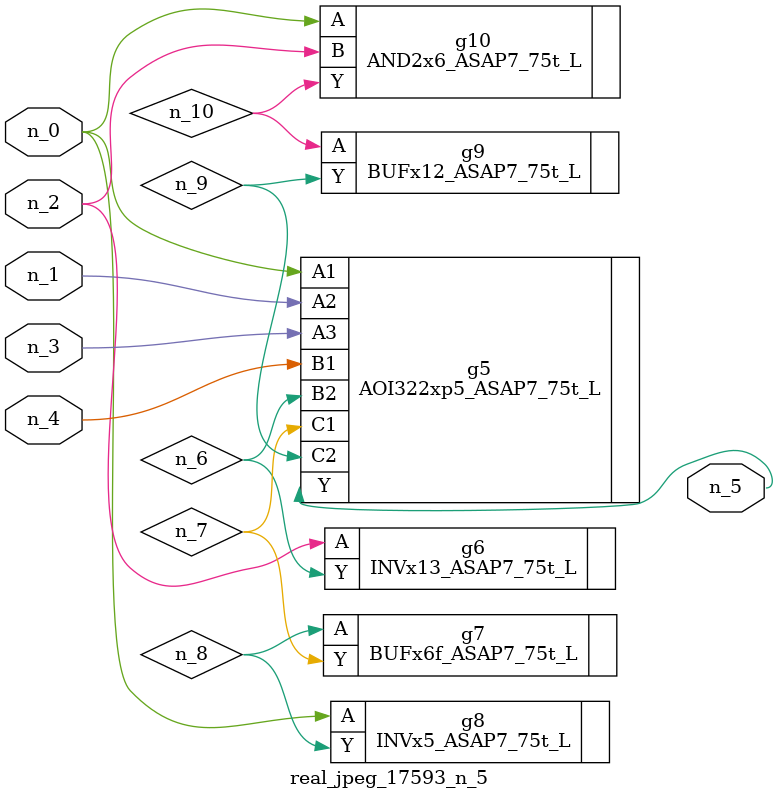
<source format=v>
module real_jpeg_17593_n_5 (n_4, n_0, n_1, n_2, n_3, n_5);

input n_4;
input n_0;
input n_1;
input n_2;
input n_3;

output n_5;

wire n_8;
wire n_6;
wire n_7;
wire n_10;
wire n_9;

AOI322xp5_ASAP7_75t_L g5 ( 
.A1(n_0),
.A2(n_1),
.A3(n_3),
.B1(n_4),
.B2(n_6),
.C1(n_7),
.C2(n_9),
.Y(n_5)
);

INVx5_ASAP7_75t_L g8 ( 
.A(n_0),
.Y(n_8)
);

AND2x6_ASAP7_75t_L g10 ( 
.A(n_0),
.B(n_2),
.Y(n_10)
);

INVx13_ASAP7_75t_L g6 ( 
.A(n_2),
.Y(n_6)
);

BUFx6f_ASAP7_75t_L g7 ( 
.A(n_8),
.Y(n_7)
);

BUFx12_ASAP7_75t_L g9 ( 
.A(n_10),
.Y(n_9)
);


endmodule
</source>
